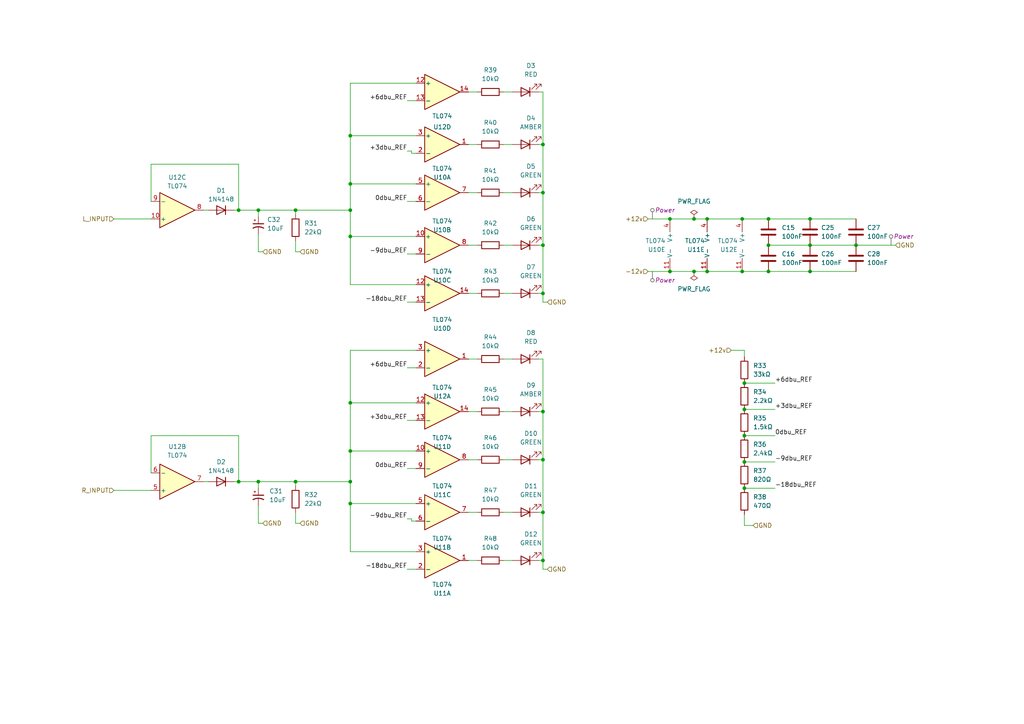
<source format=kicad_sch>
(kicad_sch (version 20250114) (generator "eeschema") (generator_version "9.0")
  (paper "A4")
  (title_block (title "Output") (date "2024-03-18") (rev "v1.1") (company "Free Modular"))
  (lib_symbols
    (symbol "Amplifier_Operational:TL074" (pin_names (offset 0.127))
      (property "Reference" "U" (at 0 5.08 0))
      (property "Value" "TL074" (at 0 -5.08 0))
      (symbol "TL074_1_1"
        (polyline (pts (xy -5.08 5.08) (xy 5.08 0) (xy -5.08 -5.08) (xy -5.08 5.08)) (stroke (width 0.254)) (fill (type background)))
        (pin input line (at -7.62 2.54 0) (length 2.54) (name "+") (number "3"))
        (pin input line (at -7.62 -2.54 0) (length 2.54) (name "-") (number "2"))
        (pin output line (at 7.62 0 180) (length 2.54) (name "~") (number "1"))
      )
      (symbol "TL074_2_1"
        (polyline (pts (xy -5.08 5.08) (xy 5.08 0) (xy -5.08 -5.08) (xy -5.08 5.08)) (stroke (width 0.254)) (fill (type background)))
        (pin input line (at -7.62 2.54 0) (length 2.54) (name "+") (number "5"))
        (pin input line (at -7.62 -2.54 0) (length 2.54) (name "-") (number "6"))
        (pin output line (at 7.62 0 180) (length 2.54) (name "~") (number "7"))
      )
      (symbol "TL074_3_1"
        (polyline (pts (xy -5.08 5.08) (xy 5.08 0) (xy -5.08 -5.08) (xy -5.08 5.08)) (stroke (width 0.254)) (fill (type background)))
        (pin input line (at -7.62 2.54 0) (length 2.54) (name "+") (number "10"))
        (pin input line (at -7.62 -2.54 0) (length 2.54) (name "-") (number "9"))
        (pin output line (at 7.62 0 180) (length 2.54) (name "~") (number "8"))
      )
      (symbol "TL074_4_1"
        (polyline (pts (xy -5.08 5.08) (xy 5.08 0) (xy -5.08 -5.08) (xy -5.08 5.08)) (stroke (width 0.254)) (fill (type background)))
        (pin input line (at -7.62 2.54 0) (length 2.54) (name "+") (number "12"))
        (pin input line (at -7.62 -2.54 0) (length 2.54) (name "-") (number "13"))
        (pin output line (at 7.62 0 180) (length 2.54) (name "~") (number "14"))
      )
      (symbol "TL074_5_1"
        (pin power_in line (at -2.54 7.62 270) (length 3.81) (name "V+") (number "4"))
        (pin power_in line (at -2.54 -7.62 90) (length 3.81) (name "V-") (number "11"))
      )
    )
    (symbol "Device:C" (pin_numbers (hide yes)) (pin_names (offset 0.254))
      (property "Reference" "C" (at 0.635 2.54 0))
      (property "Value" "C" (at 0.635 -2.54 0))
      (symbol "C_0_1"
        (polyline (pts (xy -2.032 0.762) (xy 2.032 0.762)) (stroke (width 0.508)))
        (polyline (pts (xy -2.032 -0.762) (xy 2.032 -0.762)) (stroke (width 0.508)))
      )
      (symbol "C_1_1"
        (pin passive line (at 0 3.81 270) (length 2.794) (name "~") (number "1"))
        (pin passive line (at 0 -3.81 90) (length 2.794) (name "~") (number "2"))
      )
    )
    (symbol "Device:C_Polarized_Small_US" (pin_numbers (hide yes)) (pin_names (offset 0.254) (hide yes))
      (property "Reference" "C" (at 0.254 1.778 0))
      (property "Value" "C_Polarized_Small_US" (at 0.254 -2.032 0))
      (symbol "C_Polarized_Small_US_0_1"
        (polyline (pts (xy -1.524 0.508) (xy 1.524 0.508)) (stroke (width 0.3048)))
        (polyline (pts (xy -1.27 1.524) (xy -0.762 1.524)))
        (polyline (pts (xy -1.016 1.27) (xy -1.016 1.778)))
        (arc (start -1.524 -0.762) (mid 0 -0.3734) (end 1.524 -0.762) (stroke (width 0.3048)))
      )
      (symbol "C_Polarized_Small_US_1_1"
        (pin passive line (at 0 2.54 270) (length 2.032) (name "~") (number "1"))
        (pin passive line (at 0 -2.54 90) (length 2.032) (name "~") (number "2"))
      )
    )
    (symbol "Device:D" (pin_numbers (hide yes)) (pin_names (offset 1.016) (hide yes))
      (property "Reference" "D" (at 0 2.54 0))
      (property "Value" "D" (at 0 -2.54 0))
      (symbol "D_0_1"
        (polyline (pts (xy -1.27 1.27) (xy -1.27 -1.27)) (stroke (width 0.254)))
        (polyline (pts (xy 1.27 1.27) (xy 1.27 -1.27) (xy -1.27 0) (xy 1.27 1.27)) (stroke (width 0.254)))
        (polyline (pts (xy 1.27 0) (xy -1.27 0)))
      )
      (symbol "D_1_1"
        (pin passive line (at -3.81 0 0) (length 2.54) (name "K") (number "1"))
        (pin passive line (at 3.81 0 180) (length 2.54) (name "A") (number "2"))
      )
    )
    (symbol "Device:R" (pin_numbers (hide yes)) (pin_names (offset 0))
      (property "Reference" "R" (at 2.032 0 90))
      (property "Value" "R" (at 0 0 90))
      (symbol "R_0_1"
        (rectangle (start -1.016 -2.54) (end 1.016 2.54) (stroke (width 0.254)))
      )
      (symbol "R_1_1"
        (pin passive line (at 0 3.81 270) (length 1.27) (name "~") (number "1"))
        (pin passive line (at 0 -3.81 90) (length 1.27) (name "~") (number "2"))
      )
    )
    (symbol "LED_1" (pin_numbers (hide yes)) (pin_names (offset 1.016) (hide yes))
      (property "Reference" "D" (at 0 2.54 0))
      (property "Value" "LED" (at 0 -2.54 0))
      (symbol "LED_1_0_1"
        (polyline (pts (xy -3.048 -0.762) (xy -4.572 -2.286) (xy -3.81 -2.286) (xy -4.572 -2.286) (xy -4.572 -1.524)))
        (polyline (pts (xy -1.778 -0.762) (xy -3.302 -2.286) (xy -2.54 -2.286) (xy -3.302 -2.286) (xy -3.302 -1.524)))
        (polyline (pts (xy -1.27 0) (xy 1.27 0)))
        (polyline (pts (xy -1.27 -1.27) (xy -1.27 1.27)) (stroke (width 0.254)))
        (polyline (pts (xy 1.27 -1.27) (xy 1.27 1.27) (xy -1.27 0) (xy 1.27 -1.27)) (stroke (width 0.254)))
      )
      (symbol "LED_1_1_1"
        (pin passive line (at -3.81 0 0) (length 2.54) (name "K") (number "1"))
        (pin passive line (at 3.81 0 180) (length 2.54) (name "A") (number "2"))
      )
    )
    (symbol "power:PWR_FLAG" (power) (pin_numbers (hide yes)) (pin_names (offset 0) (hide yes))
      (property "Value" "PWR_FLAG" (at 0 3.81 0))
      (symbol "PWR_FLAG_0_0"
        (pin power_out line (at 0 0 90) (length 0) (name "~") (number "1"))
      )
      (symbol "PWR_FLAG_0_1"
        (polyline (pts (xy 0 0) (xy 0 1.27) (xy -1.016 1.905) (xy 0 2.54) (xy 1.016 1.905) (xy 0 1.27)))
      )
    )
  )
  (junction (at 215.9 118.745))
  (junction (at 215.265 78.74))
  (junction (at 222.885 63.5))
  (junction (at 157.48 162.56))
  (junction (at 215.9 133.985))
  (junction (at 194.31 63.5))
  (junction (at 157.48 85.09))
  (junction (at 248.285 71.12))
  (junction (at 69.215 139.7))
  (junction (at 69.215 60.96))
  (junction (at 101.6 68.58))
  (junction (at 201.295 78.74))
  (junction (at 234.95 78.74))
  (junction (at 157.48 55.88))
  (junction (at 157.48 41.91))
  (junction (at 101.6 53.34))
  (junction (at 101.6 116.84))
  (junction (at 194.31 78.74))
  (junction (at 74.93 139.7))
  (junction (at 215.265 63.5))
  (junction (at 157.48 71.12))
  (junction (at 205.105 78.74))
  (junction (at 101.6 60.96))
  (junction (at 157.48 133.35))
  (junction (at 201.295 63.5))
  (junction (at 74.93 60.96))
  (junction (at 101.6 39.37))
  (junction (at 101.6 130.81))
  (junction (at 101.6 139.7))
  (junction (at 222.885 71.12))
  (junction (at 101.6 146.05))
  (junction (at 157.48 148.59))
  (junction (at 215.9 111.125))
  (junction (at 85.725 60.96))
  (junction (at 234.95 63.5))
  (junction (at 234.95 71.12))
  (junction (at 222.885 78.74))
  (junction (at 205.105 63.5))
  (junction (at 215.9 141.605))
  (junction (at 157.48 119.38))
  (junction (at 85.725 139.7))
  (junction (at 215.9 126.365))
  (wire (pts (xy 60.325 139.7) (xy 59.055 139.7)))
  (wire (pts (xy 157.48 41.91) (xy 157.48 55.88)))
  (wire (pts (xy 201.295 63.5) (xy 205.105 63.5)))
  (wire (pts (xy 101.6 139.7) (xy 101.6 146.05)))
  (wire (pts (xy 43.815 58.42) (xy 43.815 47.625)))
  (wire (pts (xy 201.295 78.74) (xy 194.31 78.74)))
  (wire (pts (xy 118.11 135.89) (xy 120.65 135.89)))
  (wire (pts (xy 146.05 133.35) (xy 148.59 133.35)))
  (wire (pts (xy 85.725 139.7) (xy 101.6 139.7)))
  (wire (pts (xy 43.815 47.625) (xy 69.215 47.625)))
  (wire (pts (xy 215.9 133.985) (xy 224.79 133.985)))
  (wire (pts (xy 215.9 126.365) (xy 224.79 126.365)))
  (wire (pts (xy 157.48 148.59) (xy 157.48 162.56)))
  (wire (pts (xy 74.93 60.96) (xy 85.725 60.96)))
  (wire (pts (xy 156.21 41.91) (xy 157.48 41.91)))
  (wire (pts (xy 101.6 24.13) (xy 101.6 39.37)))
  (wire (pts (xy 119.38 150.495) (xy 118.11 150.495)))
  (wire (pts (xy 118.11 87.63) (xy 120.65 87.63)))
  (wire (pts (xy 234.95 63.5) (xy 248.285 63.5)))
  (wire (pts (xy 215.9 111.125) (xy 224.79 111.125)))
  (wire (pts (xy 135.89 104.14) (xy 138.43 104.14)))
  (wire (pts (xy 119.38 151.13) (xy 119.38 150.495)))
  (wire (pts (xy 146.05 85.09) (xy 148.59 85.09)))
  (wire (pts (xy 146.05 26.67) (xy 148.59 26.67)))
  (wire (pts (xy 43.815 137.16) (xy 43.815 126.365)))
  (wire (pts (xy 119.38 44.45) (xy 120.65 44.45)))
  (wire (pts (xy 67.945 60.96) (xy 69.215 60.96)))
  (wire (pts (xy 234.95 71.12) (xy 248.285 71.12)))
  (wire (pts (xy 215.265 63.5) (xy 222.885 63.5)))
  (wire (pts (xy 212.09 101.6) (xy 215.9 101.6)))
  (wire (pts (xy 85.725 69.85) (xy 85.725 73.025)))
  (wire (pts (xy 205.105 63.5) (xy 215.265 63.5)))
  (wire (pts (xy 74.93 60.96) (xy 74.93 62.865)))
  (wire (pts (xy 156.21 85.09) (xy 157.48 85.09)))
  (wire (pts (xy 156.21 55.88) (xy 157.48 55.88)))
  (wire (pts (xy 101.6 160.02) (xy 120.65 160.02)))
  (wire (pts (xy 194.31 78.74) (xy 187.96 78.74)))
  (wire (pts (xy 33.02 142.24) (xy 43.815 142.24)))
  (wire (pts (xy 119.38 151.13) (xy 120.65 151.13)))
  (wire (pts (xy 135.89 148.59) (xy 138.43 148.59)))
  (wire (pts (xy 146.05 162.56) (xy 148.59 162.56)))
  (wire (pts (xy 215.9 152.4) (xy 218.44 152.4)))
  (wire (pts (xy 118.11 29.21) (xy 120.65 29.21)))
  (wire (pts (xy 156.21 104.14) (xy 157.48 104.14)))
  (wire (pts (xy 85.725 139.7) (xy 85.725 140.97)))
  (wire (pts (xy 101.6 24.13) (xy 120.65 24.13)))
  (wire (pts (xy 101.6 146.05) (xy 101.6 160.02)))
  (wire (pts (xy 85.725 148.59) (xy 85.725 151.765)))
  (wire (pts (xy 135.89 162.56) (xy 138.43 162.56)))
  (wire (pts (xy 234.95 78.74) (xy 248.285 78.74)))
  (wire (pts (xy 234.95 71.12) (xy 222.885 71.12)))
  (wire (pts (xy 74.93 146.685) (xy 74.93 151.765)))
  (wire (pts (xy 101.6 53.34) (xy 101.6 39.37)))
  (wire (pts (xy 157.48 55.88) (xy 157.48 71.12)))
  (wire (pts (xy 60.325 60.96) (xy 59.055 60.96)))
  (wire (pts (xy 33.02 63.5) (xy 43.815 63.5)))
  (wire (pts (xy 85.725 60.96) (xy 85.725 62.23)))
  (wire (pts (xy 148.59 71.12) (xy 146.05 71.12)))
  (wire (pts (xy 248.285 71.12) (xy 259.715 71.12)))
  (wire (pts (xy 148.59 41.91) (xy 146.05 41.91)))
  (wire (pts (xy 101.6 53.34) (xy 120.65 53.34)))
  (wire (pts (xy 74.93 139.7) (xy 74.93 141.605)))
  (wire (pts (xy 69.215 139.7) (xy 69.215 126.365)))
  (wire (pts (xy 157.48 162.56) (xy 157.48 165.1)))
  (wire (pts (xy 157.48 87.63) (xy 158.75 87.63)))
  (wire (pts (xy 118.11 73.66) (xy 120.65 73.66)))
  (wire (pts (xy 69.215 60.96) (xy 69.215 47.625)))
  (wire (pts (xy 157.48 85.09) (xy 157.48 87.63)))
  (wire (pts (xy 118.11 58.42) (xy 120.65 58.42)))
  (wire (pts (xy 205.105 78.74) (xy 201.295 78.74)))
  (wire (pts (xy 135.89 26.67) (xy 138.43 26.67)))
  (wire (pts (xy 101.6 60.96) (xy 101.6 53.34)))
  (wire (pts (xy 215.9 101.6) (xy 215.9 103.505)))
  (wire (pts (xy 118.11 165.1) (xy 120.65 165.1)))
  (wire (pts (xy 85.725 73.025) (xy 86.995 73.025)))
  (wire (pts (xy 157.48 71.12) (xy 157.48 85.09)))
  (wire (pts (xy 146.05 104.14) (xy 148.59 104.14)))
  (wire (pts (xy 85.725 151.765) (xy 86.995 151.765)))
  (wire (pts (xy 101.6 60.96) (xy 101.6 68.58)))
  (wire (pts (xy 222.885 78.74) (xy 234.95 78.74)))
  (wire (pts (xy 67.945 139.7) (xy 69.215 139.7)))
  (wire (pts (xy 135.89 133.35) (xy 138.43 133.35)))
  (wire (pts (xy 101.6 68.58) (xy 101.6 82.55)))
  (wire (pts (xy 101.6 116.84) (xy 120.65 116.84)))
  (wire (pts (xy 135.89 119.38) (xy 138.43 119.38)))
  (wire (pts (xy 101.6 39.37) (xy 120.65 39.37)))
  (wire (pts (xy 135.89 85.09) (xy 138.43 85.09)))
  (wire (pts (xy 101.6 130.81) (xy 120.65 130.81)))
  (wire (pts (xy 74.93 139.7) (xy 85.725 139.7)))
  (wire (pts (xy 135.89 71.12) (xy 138.43 71.12)))
  (wire (pts (xy 69.215 139.7) (xy 74.93 139.7)))
  (wire (pts (xy 156.21 26.67) (xy 157.48 26.67)))
  (wire (pts (xy 74.93 73.025) (xy 76.2 73.025)))
  (wire (pts (xy 156.21 148.59) (xy 157.48 148.59)))
  (wire (pts (xy 205.105 78.74) (xy 215.265 78.74)))
  (wire (pts (xy 215.9 149.225) (xy 215.9 152.4)))
  (wire (pts (xy 74.93 151.765) (xy 76.2 151.765)))
  (wire (pts (xy 146.05 119.38) (xy 148.59 119.38)))
  (wire (pts (xy 157.48 26.67) (xy 157.48 41.91)))
  (wire (pts (xy 222.885 63.5) (xy 234.95 63.5)))
  (wire (pts (xy 101.6 68.58) (xy 120.65 68.58)))
  (wire (pts (xy 146.05 55.88) (xy 148.59 55.88)))
  (wire (pts (xy 101.6 116.84) (xy 101.6 130.81)))
  (wire (pts (xy 157.48 133.35) (xy 157.48 148.59)))
  (wire (pts (xy 101.6 82.55) (xy 120.65 82.55)))
  (wire (pts (xy 101.6 101.6) (xy 101.6 116.84)))
  (wire (pts (xy 135.89 55.88) (xy 138.43 55.88)))
  (wire (pts (xy 101.6 130.81) (xy 101.6 139.7)))
  (wire (pts (xy 215.265 78.74) (xy 222.885 78.74)))
  (wire (pts (xy 156.21 71.12) (xy 157.48 71.12)))
  (wire (pts (xy 157.48 104.14) (xy 157.48 119.38)))
  (wire (pts (xy 187.96 63.5) (xy 194.31 63.5)))
  (wire (pts (xy 215.9 118.745) (xy 224.79 118.745)))
  (wire (pts (xy 85.725 60.96) (xy 101.6 60.96)))
  (wire (pts (xy 101.6 146.05) (xy 120.65 146.05)))
  (wire (pts (xy 118.11 121.92) (xy 120.65 121.92)))
  (wire (pts (xy 157.48 119.38) (xy 157.48 133.35)))
  (wire (pts (xy 146.05 148.59) (xy 148.59 148.59)))
  (wire (pts (xy 194.31 63.5) (xy 201.295 63.5)))
  (wire (pts (xy 69.215 60.96) (xy 74.93 60.96)))
  (wire (pts (xy 120.65 101.6) (xy 101.6 101.6)))
  (wire (pts (xy 43.815 126.365) (xy 69.215 126.365)))
  (wire (pts (xy 74.93 67.945) (xy 74.93 73.025)))
  (wire (pts (xy 156.21 119.38) (xy 157.48 119.38)))
  (wire (pts (xy 215.9 141.605) (xy 224.79 141.605)))
  (wire (pts (xy 119.38 44.45) (xy 119.38 43.815)))
  (wire (pts (xy 156.21 133.35) (xy 157.48 133.35)))
  (wire (pts (xy 156.21 162.56) (xy 157.48 162.56)))
  (wire (pts (xy 119.38 43.815) (xy 118.11 43.815)))
  (wire (pts (xy 135.89 41.91) (xy 138.43 41.91)))
  (wire (pts (xy 157.48 165.1) (xy 158.75 165.1)))
  (wire (pts (xy 118.11 106.68) (xy 120.65 106.68)))
  (label "+3dbu_REF" (at 118.11 121.92 180))
  (label "+3dbu_REF" (at 224.79 118.745 0))
  (label "-9dbu_REF" (at 118.11 150.495 180))
  (label "+6dbu_REF" (at 118.11 106.68 180))
  (label "-18dbu_REF" (at 118.11 165.1 180))
  (label "-9dbu_REF" (at 224.79 133.985 0))
  (label "0dbu_REF" (at 224.79 126.365 0))
  (label "+6dbu_REF" (at 224.79 111.125 0))
  (label "0dbu_REF" (at 118.11 58.42 180))
  (label "+3dbu_REF" (at 118.11 43.815 180))
  (label "-18dbu_REF" (at 224.79 141.605 0))
  (label "-9dbu_REF" (at 118.11 73.66 180))
  (label "+6dbu_REF" (at 118.11 29.21 180))
  (label "0dbu_REF" (at 118.11 135.89 180))
  (label "-18dbu_REF" (at 118.11 87.63 180))
  (hierarchical_label "GND" (shape input) (at 259.715 71.12 0))
  (hierarchical_label "L_INPUT" (shape input) (at 33.02 63.5 180))
  (hierarchical_label "R_INPUT" (shape input) (at 33.02 142.24 180))
  (hierarchical_label "-12v" (shape input) (at 187.96 78.74 180))
  (hierarchical_label "GND" (shape input) (at 158.75 87.63 0))
  (hierarchical_label "+12v" (shape input) (at 187.96 63.5 180))
  (hierarchical_label "GND" (shape input) (at 86.995 151.765 0))
  (hierarchical_label "GND" (shape input) (at 218.44 152.4 0))
  (hierarchical_label "GND" (shape input) (at 76.2 151.765 0))
  (hierarchical_label "GND" (shape input) (at 158.75 165.1 0))
  (hierarchical_label "GND" (shape input) (at 76.2 73.025 0))
  (hierarchical_label "+12v" (shape input) (at 212.09 101.6 180))
  (hierarchical_label "GND" (shape input) (at 86.995 73.025 0))
  (netclass_flag "" (length 2.54) (shape round) (at 258.445 71.12 0) (property "Netclass" "Power" (at 259.1435 68.58 0) (effects (font (italic yes)) (justify left))))
  (netclass_flag "" (length 2.54) (shape round) (at 189.23 78.74 180) (property "Netclass" "Power" (at 189.9285 81.28 0) (effects (font (italic yes)) (justify left))))
  (netclass_flag "" (length 2.54) (shape round) (at 189.23 63.5 0) (property "Netclass" "Power" (at 189.9285 60.96 0) (effects (font (italic yes)) (justify left))))
  (symbol (lib_name "LED_1") (lib_id "Device:LED") (at 152.4 26.67 180) (unit 1)
    (property "Reference" "D3" (at 153.9875 19.05 0))
    (property "Value" "RED" (at 153.9875 21.59 0))
    (property "Footprint" "LED_THT:LED_D3.0mm_Clear" (effects (hide yes)))
    (property "Description" "Light emitting diode" (effects (hide yes)))
    (property "Sim.Pins" "1=K 2=A" (effects (hide yes)))
  )
  (symbol (lib_id "Device:R") (at 142.24 119.38 90) (unit 1)
    (property "Reference" "R45" (at 142.24 113.03 90))
    (property "Value" "10kΩ" (at 142.24 115.57 90))
    (property "Footprint" "Resistor_THT:R_Axial_DIN0207_L6.3mm_D2.5mm_P10.16mm_Horizontal" (effects (hide yes)))
  )
  (symbol (lib_id "Amplifier_Operational:TL074") (at 128.27 26.67 0) (unit 4)
    (property "Reference" "U12" (at 128.27 36.83 0))
    (property "Value" "TL074" (at 128.27 33.655 0))
    (property "Footprint" "Package_DIP:DIP-14_W7.62mm" (effects (hide yes)))
    (property "Datasheet" "http://www.ti.com/lit/ds/symlink/tl071.pdf" (effects (hide yes)))
  )
  (symbol (lib_id "Device:R") (at 142.24 41.91 90) (unit 1)
    (property "Reference" "R40" (at 142.24 35.56 90))
    (property "Value" "10kΩ" (at 142.24 38.1 90))
    (property "Footprint" "Resistor_THT:R_Axial_DIN0207_L6.3mm_D2.5mm_P10.16mm_Horizontal" (effects (hide yes)))
  )
  (symbol (lib_id "Device:R") (at 142.24 55.88 90) (unit 1)
    (property "Reference" "R41" (at 142.24 49.53 90))
    (property "Value" "10kΩ" (at 142.24 52.07 90))
    (property "Footprint" "Resistor_THT:R_Axial_DIN0207_L6.3mm_D2.5mm_P10.16mm_Horizontal" (effects (hide yes)))
  )
  (symbol (lib_name "LED_1") (lib_id "Device:LED") (at 152.4 148.59 180) (unit 1)
    (property "Reference" "D11" (at 153.9875 140.97 0))
    (property "Value" "GREEN" (at 153.9875 143.51 0))
    (property "Footprint" "LED_THT:LED_D3.0mm_Clear" (effects (hide yes)))
    (property "Description" "Light emitting diode" (effects (hide yes)))
    (property "Sim.Pins" "1=K 2=A" (effects (hide yes)))
  )
  (symbol (lib_id "Device:R") (at 215.9 130.175 0) (unit 1)
    (property "Reference" "R36" (at 218.44 128.9049 0) (effects (justify left)))
    (property "Value" "2.4kΩ" (at 218.44 131.4449 0) (effects (justify left)))
    (property "Footprint" "Resistor_THT:R_Axial_DIN0207_L6.3mm_D2.5mm_P10.16mm_Horizontal" (effects (hide yes)))
  )
  (symbol (lib_id "Amplifier_Operational:TL074") (at 128.27 119.38 0) (unit 4)
    (property "Reference" "U11" (at 128.27 129.54 0))
    (property "Value" "TL074" (at 128.27 127 0))
    (property "Footprint" "Package_DIP:DIP-14_W7.62mm" (effects (hide yes)))
    (property "Datasheet" "http://www.ti.com/lit/ds/symlink/tl071.pdf" (effects (hide yes)))
  )
  (symbol (lib_id "Device:R") (at 142.24 104.14 90) (unit 1)
    (property "Reference" "R44" (at 142.24 97.79 90))
    (property "Value" "10kΩ" (at 142.24 100.33 90))
    (property "Footprint" "Resistor_THT:R_Axial_DIN0207_L6.3mm_D2.5mm_P10.16mm_Horizontal" (effects (hide yes)))
  )
  (symbol (lib_id "Amplifier_Operational:TL074") (at 128.27 71.12 0) (unit 3)
    (property "Reference" "U10" (at 128.27 81.28 0))
    (property "Value" "TL074" (at 128.27 78.74 0))
    (property "Footprint" "Package_DIP:DIP-14_W7.62mm" (effects (hide yes)))
    (property "Datasheet" "http://www.ti.com/lit/ds/symlink/tl071.pdf" (effects (hide yes)))
  )
  (symbol (lib_id "Amplifier_Operational:TL074") (at 128.27 55.88 0) (unit 2)
    (property "Reference" "U10" (at 128.27 66.675 0))
    (property "Value" "TL074" (at 128.27 64.135 0))
    (property "Footprint" "Package_DIP:DIP-14_W7.62mm" (effects (hide yes)))
    (property "Datasheet" "http://www.ti.com/lit/ds/symlink/tl071.pdf" (effects (hide yes)))
  )
  (symbol (lib_name "LED_1") (lib_id "Device:LED") (at 152.4 104.14 180) (unit 1)
    (property "Reference" "D8" (at 153.9875 96.52 0))
    (property "Value" "RED" (at 153.9875 99.06 0))
    (property "Footprint" "LED_THT:LED_D3.0mm_Clear" (effects (hide yes)))
    (property "Description" "Light emitting diode" (effects (hide yes)))
    (property "Sim.Pins" "1=K 2=A" (effects (hide yes)))
  )
  (symbol (lib_id "Device:R") (at 142.24 71.12 90) (unit 1)
    (property "Reference" "R42" (at 142.24 64.77 90))
    (property "Value" "10kΩ" (at 142.24 67.31 90))
    (property "Footprint" "Resistor_THT:R_Axial_DIN0207_L6.3mm_D2.5mm_P10.16mm_Horizontal" (effects (hide yes)))
  )
  (symbol (lib_id "Amplifier_Operational:TL074") (at 128.27 148.59 0) (unit 2)
    (property "Reference" "U11" (at 128.27 158.75 0))
    (property "Value" "TL074" (at 128.27 156.21 0))
    (property "Footprint" "Package_DIP:DIP-14_W7.62mm" (effects (hide yes)))
    (property "Datasheet" "http://www.ti.com/lit/ds/symlink/tl071.pdf" (effects (hide yes)))
  )
  (symbol (lib_id "Device:D") (at 64.135 60.96 0) (mirror y) (unit 1)
    (property "Reference" "D1" (at 64.135 55.245 0))
    (property "Value" "1N4148" (at 64.135 57.785 0))
    (property "Footprint" "Diode_THT:D_A-405_P7.62mm_Horizontal" (effects (hide yes)))
    (property "Sim.Device" "D" (effects (hide yes)))
    (property "Sim.Pins" "1=K 2=A" (effects (hide yes)))
  )
  (symbol (lib_id "Device:R") (at 85.725 66.04 0) (unit 1)
    (property "Reference" "R31" (at 88.265 64.77 0) (effects (justify left)))
    (property "Value" "22kΩ" (at 88.265 67.31 0) (effects (justify left)))
    (property "Footprint" "Resistor_THT:R_Axial_DIN0207_L6.3mm_D2.5mm_P10.16mm_Horizontal" (effects (hide yes)))
  )
  (symbol (lib_id "power:PWR_FLAG") (at 201.295 63.5 0) (unit 1)
    (property "Reference" "#FLG01" (effects (hide yes)))
    (property "Value" "PWR_FLAG" (at 201.295 58.42 0))
    (property "Description" "Special symbol for telling ERC where power comes from" (effects (hide yes)))
  )
  (symbol (lib_id "Device:R") (at 142.24 133.35 90) (unit 1)
    (property "Reference" "R46" (at 142.24 127 90))
    (property "Value" "10kΩ" (at 142.24 129.54 90))
    (property "Footprint" "Resistor_THT:R_Axial_DIN0207_L6.3mm_D2.5mm_P10.16mm_Horizontal" (effects (hide yes)))
  )
  (symbol (lib_id "Device:C") (at 222.885 74.93 0) (unit 1)
    (property "Reference" "C16" (at 226.695 73.66 0) (effects (justify left)))
    (property "Value" "100nF" (at 226.695 76.2 0) (effects (justify left)))
    (property "Footprint" "Capacitor_THT:C_Disc_D4.7mm_W2.5mm_P5.00mm" (effects (hide yes)))
  )
  (symbol (lib_id "power:PWR_FLAG") (at 201.295 78.74 0) (mirror x) (unit 1)
    (property "Reference" "#FLG02" (effects (hide yes)))
    (property "Value" "PWR_FLAG" (at 201.295 83.82 0))
    (property "Description" "Special symbol for telling ERC where power comes from" (effects (hide yes)))
  )
  (symbol (lib_id "Amplifier_Operational:TL074") (at 217.805 71.12 0) (unit 5)
    (property "Reference" "U12" (at 213.995 72.39 0) (effects (justify right)))
    (property "Value" "TL074" (at 213.995 69.85 0) (effects (justify right)))
    (property "Footprint" "Package_DIP:DIP-14_W7.62mm" (effects (hide yes)))
    (property "Datasheet" "http://www.ti.com/lit/ds/symlink/tl071.pdf" (effects (hide yes)))
  )
  (symbol (lib_id "Device:R") (at 142.24 148.59 90) (unit 1)
    (property "Reference" "R47" (at 142.24 142.24 90))
    (property "Value" "10kΩ" (at 142.24 144.78 90))
    (property "Footprint" "Resistor_THT:R_Axial_DIN0207_L6.3mm_D2.5mm_P10.16mm_Horizontal" (effects (hide yes)))
  )
  (symbol (lib_name "LED_1") (lib_id "Device:LED") (at 152.4 162.56 180) (unit 1)
    (property "Reference" "D12" (at 153.9875 154.94 0))
    (property "Value" "GREEN" (at 153.9875 157.48 0))
    (property "Footprint" "LED_THT:LED_D3.0mm_Clear" (effects (hide yes)))
    (property "Description" "Light emitting diode" (effects (hide yes)))
    (property "Sim.Pins" "1=K 2=A" (effects (hide yes)))
  )
  (symbol (lib_id "Device:R") (at 85.725 144.78 0) (unit 1)
    (property "Reference" "R32" (at 88.265 143.51 0) (effects (justify left)))
    (property "Value" "22kΩ" (at 88.265 146.05 0) (effects (justify left)))
    (property "Footprint" "Resistor_THT:R_Axial_DIN0207_L6.3mm_D2.5mm_P10.16mm_Horizontal" (effects (hide yes)))
  )
  (symbol (lib_id "Device:C_Polarized_Small_US") (at 74.93 65.405 0) (unit 1)
    (property "Reference" "C32" (at 77.47 63.7032 0) (effects (justify left)))
    (property "Value" "10uF" (at 77.47 66.2432 0) (effects (justify left)))
    (property "Footprint" "Capacitor_THT:CP_Radial_D4.0mm_P1.50mm" (effects (hide yes)))
  )
  (symbol (lib_name "LED_1") (lib_id "Device:LED") (at 152.4 55.88 180) (unit 1)
    (property "Reference" "D5" (at 153.9875 48.26 0))
    (property "Value" "GREEN" (at 153.9875 50.8 0))
    (property "Footprint" "LED_THT:LED_D3.0mm_Clear" (effects (hide yes)))
    (property "Description" "Light emitting diode" (effects (hide yes)))
    (property "Sim.Pins" "1=K 2=A" (effects (hide yes)))
  )
  (symbol (lib_name "LED_1") (lib_id "Device:LED") (at 152.4 133.35 180) (unit 1)
    (property "Reference" "D10" (at 153.9875 125.73 0))
    (property "Value" "GREEN" (at 153.9875 128.27 0))
    (property "Footprint" "LED_THT:LED_D3.0mm_Clear" (effects (hide yes)))
    (property "Description" "Light emitting diode" (effects (hide yes)))
    (property "Sim.Pins" "1=K 2=A" (effects (hide yes)))
  )
  (symbol (lib_id "Amplifier_Operational:TL074") (at 128.27 133.35 0) (unit 3)
    (property "Reference" "U11" (at 128.27 143.51 0))
    (property "Value" "TL074" (at 128.27 140.97 0))
    (property "Footprint" "Package_DIP:DIP-14_W7.62mm" (effects (hide yes)))
    (property "Datasheet" "http://www.ti.com/lit/ds/symlink/tl071.pdf" (effects (hide yes)))
  )
  (symbol (lib_id "Device:C_Polarized_Small_US") (at 74.93 144.145 0) (unit 1)
    (property "Reference" "C31" (at 78.105 142.4432 0) (effects (justify left)))
    (property "Value" "10uF" (at 78.105 144.9832 0) (effects (justify left)))
    (property "Footprint" "Capacitor_THT:CP_Radial_D4.0mm_P1.50mm" (effects (hide yes)))
  )
  (symbol (lib_id "Device:C") (at 234.95 74.93 0) (unit 1)
    (property "Reference" "C26" (at 238.125 73.66 0) (effects (justify left)))
    (property "Value" "100nF" (at 238.125 76.2 0) (effects (justify left)))
    (property "Footprint" "Capacitor_THT:C_Disc_D4.7mm_W2.5mm_P5.00mm" (effects (hide yes)))
  )
  (symbol (lib_id "Device:C") (at 248.285 74.93 0) (unit 1)
    (property "Reference" "C28" (at 251.46 73.66 0) (effects (justify left)))
    (property "Value" "100nF" (at 251.46 76.2 0) (effects (justify left)))
    (property "Footprint" "Capacitor_THT:C_Disc_D4.7mm_W2.5mm_P5.00mm" (effects (hide yes)))
  )
  (symbol (lib_id "Amplifier_Operational:TL074") (at 128.27 162.56 0) (unit 1)
    (property "Reference" "U11" (at 128.27 172.085 0))
    (property "Value" "TL074" (at 128.27 169.545 0))
    (property "Footprint" "Package_DIP:DIP-14_W7.62mm" (effects (hide yes)))
    (property "Datasheet" "http://www.ti.com/lit/ds/symlink/tl071.pdf" (effects (hide yes)))
  )
  (symbol (lib_id "Device:C") (at 248.285 67.31 0) (unit 1)
    (property "Reference" "C27" (at 251.46 66.04 0) (effects (justify left)))
    (property "Value" "100nF" (at 251.46 68.58 0) (effects (justify left)))
    (property "Footprint" "Capacitor_THT:C_Disc_D4.7mm_W2.5mm_P5.00mm" (effects (hide yes)))
  )
  (symbol (lib_id "Device:R") (at 142.24 85.09 90) (unit 1)
    (property "Reference" "R43" (at 142.24 78.74 90))
    (property "Value" "10kΩ" (at 142.24 81.28 90))
    (property "Footprint" "Resistor_THT:R_Axial_DIN0207_L6.3mm_D2.5mm_P10.16mm_Horizontal" (effects (hide yes)))
  )
  (symbol (lib_id "Device:R") (at 215.9 107.315 0) (unit 1)
    (property "Reference" "R33" (at 218.44 106.0449 0) (effects (justify left)))
    (property "Value" "33kΩ" (at 218.44 108.5849 0) (effects (justify left)))
    (property "Footprint" "Resistor_THT:R_Axial_DIN0207_L6.3mm_D2.5mm_P10.16mm_Horizontal" (effects (hide yes)))
  )
  (symbol (lib_id "Device:R") (at 215.9 145.415 0) (unit 1)
    (property "Reference" "R38" (at 218.44 144.1449 0) (effects (justify left)))
    (property "Value" "470Ω" (at 218.44 146.6849 0) (effects (justify left)))
    (property "Footprint" "Resistor_THT:R_Axial_DIN0207_L6.3mm_D2.5mm_P10.16mm_Horizontal" (effects (hide yes)))
  )
  (symbol (lib_id "Device:R") (at 142.24 162.56 90) (unit 1)
    (property "Reference" "R48" (at 142.24 156.21 90))
    (property "Value" "10kΩ" (at 142.24 158.75 90))
    (property "Footprint" "Resistor_THT:R_Axial_DIN0207_L6.3mm_D2.5mm_P10.16mm_Horizontal" (effects (hide yes)))
  )
  (symbol (lib_name "LED_1") (lib_id "Device:LED") (at 152.4 41.91 180) (unit 1)
    (property "Reference" "D4" (at 153.9875 34.29 0))
    (property "Value" "AMBER" (at 153.9875 36.83 0))
    (property "Footprint" "LED_THT:LED_D3.0mm_Clear" (effects (hide yes)))
    (property "Description" "Light emitting diode" (effects (hide yes)))
    (property "Sim.Pins" "1=K 2=A" (effects (hide yes)))
  )
  (symbol (lib_id "Device:R") (at 215.9 137.795 0) (unit 1)
    (property "Reference" "R37" (at 218.44 136.5249 0) (effects (justify left)))
    (property "Value" "820Ω" (at 218.44 139.0649 0) (effects (justify left)))
    (property "Footprint" "Resistor_THT:R_Axial_DIN0207_L6.3mm_D2.5mm_P10.16mm_Horizontal" (effects (hide yes)))
  )
  (symbol (lib_id "Device:D") (at 64.135 139.7 0) (mirror y) (unit 1)
    (property "Reference" "D2" (at 64.135 133.985 0))
    (property "Value" "1N4148" (at 64.135 136.525 0))
    (property "Footprint" "Diode_THT:D_A-405_P7.62mm_Horizontal" (effects (hide yes)))
    (property "Sim.Device" "D" (effects (hide yes)))
    (property "Sim.Pins" "1=K 2=A" (effects (hide yes)))
  )
  (symbol (lib_id "Device:R") (at 215.9 114.935 0) (unit 1)
    (property "Reference" "R34" (at 218.44 113.6649 0) (effects (justify left)))
    (property "Value" "2.2kΩ" (at 218.44 116.2049 0) (effects (justify left)))
    (property "Footprint" "Resistor_THT:R_Axial_DIN0207_L6.3mm_D2.5mm_P10.16mm_Horizontal" (effects (hide yes)))
  )
  (symbol (lib_id "Device:R") (at 215.9 122.555 0) (unit 1)
    (property "Reference" "R35" (at 218.44 121.2849 0) (effects (justify left)))
    (property "Value" "1.5kΩ" (at 218.44 123.8249 0) (effects (justify left)))
    (property "Footprint" "Resistor_THT:R_Axial_DIN0207_L6.3mm_D2.5mm_P10.16mm_Horizontal" (effects (hide yes)))
  )
  (symbol (lib_id "Device:R") (at 142.24 26.67 90) (unit 1)
    (property "Reference" "R39" (at 142.24 20.32 90))
    (property "Value" "10kΩ" (at 142.24 22.86 90))
    (property "Footprint" "Resistor_THT:R_Axial_DIN0207_L6.3mm_D2.5mm_P10.16mm_Horizontal" (effects (hide yes)))
  )
  (symbol (lib_id "Amplifier_Operational:TL074") (at 128.27 85.09 0) (unit 4)
    (property "Reference" "U10" (at 128.27 95.25 0))
    (property "Value" "TL074" (at 128.27 92.71 0))
    (property "Footprint" "Package_DIP:DIP-14_W7.62mm" (effects (hide yes)))
    (property "Datasheet" "http://www.ti.com/lit/ds/symlink/tl071.pdf" (effects (hide yes)))
  )
  (symbol (lib_id "Device:C") (at 222.885 67.31 0) (unit 1)
    (property "Reference" "C15" (at 226.695 66.04 0) (effects (justify left)))
    (property "Value" "100nF" (at 226.695 68.58 0) (effects (justify left)))
    (property "Footprint" "Capacitor_THT:C_Disc_D4.7mm_W2.5mm_P5.00mm" (effects (hide yes)))
  )
  (symbol (lib_name "LED_1") (lib_id "Device:LED") (at 152.4 85.09 180) (unit 1)
    (property "Reference" "D7" (at 153.9875 77.47 0))
    (property "Value" "GREEN" (at 153.9875 80.01 0))
    (property "Footprint" "LED_THT:LED_D3.0mm_Clear" (effects (hide yes)))
    (property "Description" "Light emitting diode" (effects (hide yes)))
    (property "Sim.Pins" "1=K 2=A" (effects (hide yes)))
  )
  (symbol (lib_id "Device:C") (at 234.95 67.31 0) (unit 1)
    (property "Reference" "C25" (at 238.125 66.04 0) (effects (justify left)))
    (property "Value" "100nF" (at 238.125 68.58 0) (effects (justify left)))
    (property "Footprint" "Capacitor_THT:C_Disc_D4.7mm_W2.5mm_P5.00mm" (effects (hide yes)))
  )
  (symbol (lib_name "LED_1") (lib_id "Device:LED") (at 152.4 71.12 180) (unit 1)
    (property "Reference" "D6" (at 153.9875 63.5 0))
    (property "Value" "GREEN" (at 153.9875 66.04 0))
    (property "Footprint" "LED_THT:LED_D3.0mm_Clear" (effects (hide yes)))
    (property "Description" "Light emitting diode" (effects (hide yes)))
    (property "Sim.Pins" "1=K 2=A" (effects (hide yes)))
  )
  (symbol (lib_id "Amplifier_Operational:TL074") (at 51.435 60.96 0) (mirror x) (unit 3)
    (property "Reference" "U12" (at 51.435 51.435 0))
    (property "Value" "TL074" (at 51.435 53.975 0))
    (property "Footprint" "Package_DIP:DIP-14_W7.62mm" (effects (hide yes)))
    (property "Datasheet" "http://www.ti.com/lit/ds/symlink/tl071.pdf" (effects (hide yes)))
  )
  (symbol (lib_id "Amplifier_Operational:TL074") (at 128.27 104.14 0) (unit 1)
    (property "Reference" "U12" (at 128.27 114.935 0))
    (property "Value" "TL074" (at 128.27 112.395 0))
    (property "Footprint" "Package_DIP:DIP-14_W7.62mm" (effects (hide yes)))
    (property "Datasheet" "http://www.ti.com/lit/ds/symlink/tl071.pdf" (effects (hide yes)))
  )
  (symbol (lib_id "Amplifier_Operational:TL074") (at 196.85 71.12 0) (unit 5)
    (property "Reference" "U10" (at 193.04 72.39 0) (effects (justify right)))
    (property "Value" "TL074" (at 193.04 69.85 0) (effects (justify right)))
    (property "Footprint" "Package_DIP:DIP-14_W7.62mm" (effects (hide yes)))
    (property "Datasheet" "http://www.ti.com/lit/ds/symlink/tl071.pdf" (effects (hide yes)))
  )
  (symbol (lib_name "LED_1") (lib_id "Device:LED") (at 152.4 119.38 180) (unit 1)
    (property "Reference" "D9" (at 153.9875 111.76 0))
    (property "Value" "AMBER" (at 153.9875 114.3 0))
    (property "Footprint" "LED_THT:LED_D3.0mm_Clear" (effects (hide yes)))
    (property "Description" "Light emitting diode" (effects (hide yes)))
    (property "Sim.Pins" "1=K 2=A" (effects (hide yes)))
  )
  (symbol (lib_id "Amplifier_Operational:TL074") (at 128.27 41.91 0) (unit 1)
    (property "Reference" "U10" (at 128.27 51.435 0))
    (property "Value" "TL074" (at 128.27 48.895 0))
    (property "Footprint" "Package_DIP:DIP-14_W7.62mm" (effects (hide yes)))
    (property "Datasheet" "http://www.ti.com/lit/ds/symlink/tl071.pdf" (effects (hide yes)))
  )
  (symbol (lib_id "Amplifier_Operational:TL074") (at 207.645 71.12 0) (unit 5)
    (property "Reference" "U11" (at 204.47 72.39 0) (effects (justify right)))
    (property "Value" "TL074" (at 204.47 69.85 0) (effects (justify right)))
    (property "Footprint" "Package_DIP:DIP-14_W7.62mm" (effects (hide yes)))
    (property "Datasheet" "http://www.ti.com/lit/ds/symlink/tl071.pdf" (effects (hide yes)))
  )
  (symbol (lib_id "Amplifier_Operational:TL074") (at 51.435 139.7 0) (mirror x) (unit 2)
    (property "Reference" "U12" (at 51.435 129.54 0))
    (property "Value" "TL074" (at 51.435 132.08 0))
    (property "Footprint" "Package_DIP:DIP-14_W7.62mm" (effects (hide yes)))
    (property "Datasheet" "http://www.ti.com/lit/ds/symlink/tl071.pdf" (effects (hide yes)))
  )
)
</source>
